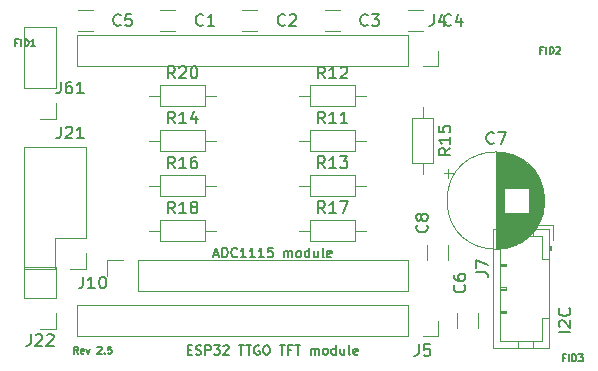
<source format=gto>
G04 #@! TF.GenerationSoftware,KiCad,Pcbnew,(5.1.10)-1*
G04 #@! TF.CreationDate,2021-08-27T08:53:15+02:00*
G04 #@! TF.ProjectId,JuntekOnSteroidsTTGO,4a756e74-656b-44f6-9e53-7465726f6964,2.5*
G04 #@! TF.SameCoordinates,PX5b716c8PY5b716c8*
G04 #@! TF.FileFunction,Legend,Top*
G04 #@! TF.FilePolarity,Positive*
%FSLAX46Y46*%
G04 Gerber Fmt 4.6, Leading zero omitted, Abs format (unit mm)*
G04 Created by KiCad (PCBNEW (5.1.10)-1) date 2021-08-27 08:53:15*
%MOMM*%
%LPD*%
G01*
G04 APERTURE LIST*
%ADD10C,0.150000*%
%ADD11C,0.120000*%
G04 APERTURE END LIST*
D10*
X55697380Y8548810D02*
X54697380Y8548810D01*
X54792619Y8977381D02*
X54745000Y9025000D01*
X54697380Y9120239D01*
X54697380Y9358334D01*
X54745000Y9453572D01*
X54792619Y9501191D01*
X54887857Y9548810D01*
X54983095Y9548810D01*
X55125952Y9501191D01*
X55697380Y8929762D01*
X55697380Y9548810D01*
X55602142Y10548810D02*
X55649761Y10501191D01*
X55697380Y10358334D01*
X55697380Y10263096D01*
X55649761Y10120239D01*
X55554523Y10025000D01*
X55459285Y9977381D01*
X55268809Y9929762D01*
X55125952Y9929762D01*
X54935476Y9977381D01*
X54840238Y10025000D01*
X54745000Y10120239D01*
X54697380Y10263096D01*
X54697380Y10358334D01*
X54745000Y10501191D01*
X54792619Y10548810D01*
X25489523Y15106667D02*
X25870476Y15106667D01*
X25413333Y14878096D02*
X25680000Y15678096D01*
X25946666Y14878096D01*
X26213333Y14878096D02*
X26213333Y15678096D01*
X26403809Y15678096D01*
X26518095Y15640000D01*
X26594285Y15563810D01*
X26632380Y15487620D01*
X26670476Y15335239D01*
X26670476Y15220953D01*
X26632380Y15068572D01*
X26594285Y14992381D01*
X26518095Y14916191D01*
X26403809Y14878096D01*
X26213333Y14878096D01*
X27470476Y14954286D02*
X27432380Y14916191D01*
X27318095Y14878096D01*
X27241904Y14878096D01*
X27127619Y14916191D01*
X27051428Y14992381D01*
X27013333Y15068572D01*
X26975238Y15220953D01*
X26975238Y15335239D01*
X27013333Y15487620D01*
X27051428Y15563810D01*
X27127619Y15640000D01*
X27241904Y15678096D01*
X27318095Y15678096D01*
X27432380Y15640000D01*
X27470476Y15601905D01*
X28232380Y14878096D02*
X27775238Y14878096D01*
X28003809Y14878096D02*
X28003809Y15678096D01*
X27927619Y15563810D01*
X27851428Y15487620D01*
X27775238Y15449524D01*
X28994285Y14878096D02*
X28537142Y14878096D01*
X28765714Y14878096D02*
X28765714Y15678096D01*
X28689523Y15563810D01*
X28613333Y15487620D01*
X28537142Y15449524D01*
X29756190Y14878096D02*
X29299047Y14878096D01*
X29527619Y14878096D02*
X29527619Y15678096D01*
X29451428Y15563810D01*
X29375238Y15487620D01*
X29299047Y15449524D01*
X30480000Y15678096D02*
X30099047Y15678096D01*
X30060952Y15297143D01*
X30099047Y15335239D01*
X30175238Y15373334D01*
X30365714Y15373334D01*
X30441904Y15335239D01*
X30480000Y15297143D01*
X30518095Y15220953D01*
X30518095Y15030477D01*
X30480000Y14954286D01*
X30441904Y14916191D01*
X30365714Y14878096D01*
X30175238Y14878096D01*
X30099047Y14916191D01*
X30060952Y14954286D01*
X31470476Y14878096D02*
X31470476Y15411429D01*
X31470476Y15335239D02*
X31508571Y15373334D01*
X31584761Y15411429D01*
X31699047Y15411429D01*
X31775238Y15373334D01*
X31813333Y15297143D01*
X31813333Y14878096D01*
X31813333Y15297143D02*
X31851428Y15373334D01*
X31927619Y15411429D01*
X32041904Y15411429D01*
X32118095Y15373334D01*
X32156190Y15297143D01*
X32156190Y14878096D01*
X32651428Y14878096D02*
X32575238Y14916191D01*
X32537142Y14954286D01*
X32499047Y15030477D01*
X32499047Y15259048D01*
X32537142Y15335239D01*
X32575238Y15373334D01*
X32651428Y15411429D01*
X32765714Y15411429D01*
X32841904Y15373334D01*
X32880000Y15335239D01*
X32918095Y15259048D01*
X32918095Y15030477D01*
X32880000Y14954286D01*
X32841904Y14916191D01*
X32765714Y14878096D01*
X32651428Y14878096D01*
X33603809Y14878096D02*
X33603809Y15678096D01*
X33603809Y14916191D02*
X33527619Y14878096D01*
X33375238Y14878096D01*
X33299047Y14916191D01*
X33260952Y14954286D01*
X33222857Y15030477D01*
X33222857Y15259048D01*
X33260952Y15335239D01*
X33299047Y15373334D01*
X33375238Y15411429D01*
X33527619Y15411429D01*
X33603809Y15373334D01*
X34327619Y15411429D02*
X34327619Y14878096D01*
X33984761Y15411429D02*
X33984761Y14992381D01*
X34022857Y14916191D01*
X34099047Y14878096D01*
X34213333Y14878096D01*
X34289523Y14916191D01*
X34327619Y14954286D01*
X34822857Y14878096D02*
X34746666Y14916191D01*
X34708571Y14992381D01*
X34708571Y15678096D01*
X35432380Y14916191D02*
X35356190Y14878096D01*
X35203809Y14878096D01*
X35127619Y14916191D01*
X35089523Y14992381D01*
X35089523Y15297143D01*
X35127619Y15373334D01*
X35203809Y15411429D01*
X35356190Y15411429D01*
X35432380Y15373334D01*
X35470476Y15297143D01*
X35470476Y15220953D01*
X35089523Y15144762D01*
X23299047Y7042143D02*
X23565714Y7042143D01*
X23680000Y6623096D02*
X23299047Y6623096D01*
X23299047Y7423096D01*
X23680000Y7423096D01*
X23984761Y6661191D02*
X24099047Y6623096D01*
X24289523Y6623096D01*
X24365714Y6661191D01*
X24403809Y6699286D01*
X24441904Y6775477D01*
X24441904Y6851667D01*
X24403809Y6927858D01*
X24365714Y6965953D01*
X24289523Y7004048D01*
X24137142Y7042143D01*
X24060952Y7080239D01*
X24022857Y7118334D01*
X23984761Y7194524D01*
X23984761Y7270715D01*
X24022857Y7346905D01*
X24060952Y7385000D01*
X24137142Y7423096D01*
X24327619Y7423096D01*
X24441904Y7385000D01*
X24784761Y6623096D02*
X24784761Y7423096D01*
X25089523Y7423096D01*
X25165714Y7385000D01*
X25203809Y7346905D01*
X25241904Y7270715D01*
X25241904Y7156429D01*
X25203809Y7080239D01*
X25165714Y7042143D01*
X25089523Y7004048D01*
X24784761Y7004048D01*
X25508571Y7423096D02*
X26003809Y7423096D01*
X25737142Y7118334D01*
X25851428Y7118334D01*
X25927619Y7080239D01*
X25965714Y7042143D01*
X26003809Y6965953D01*
X26003809Y6775477D01*
X25965714Y6699286D01*
X25927619Y6661191D01*
X25851428Y6623096D01*
X25622857Y6623096D01*
X25546666Y6661191D01*
X25508571Y6699286D01*
X26308571Y7346905D02*
X26346666Y7385000D01*
X26422857Y7423096D01*
X26613333Y7423096D01*
X26689523Y7385000D01*
X26727619Y7346905D01*
X26765714Y7270715D01*
X26765714Y7194524D01*
X26727619Y7080239D01*
X26270476Y6623096D01*
X26765714Y6623096D01*
X27603809Y7423096D02*
X28060952Y7423096D01*
X27832380Y6623096D02*
X27832380Y7423096D01*
X28213333Y7423096D02*
X28670476Y7423096D01*
X28441904Y6623096D02*
X28441904Y7423096D01*
X29356190Y7385000D02*
X29280000Y7423096D01*
X29165714Y7423096D01*
X29051428Y7385000D01*
X28975238Y7308810D01*
X28937142Y7232620D01*
X28899047Y7080239D01*
X28899047Y6965953D01*
X28937142Y6813572D01*
X28975238Y6737381D01*
X29051428Y6661191D01*
X29165714Y6623096D01*
X29241904Y6623096D01*
X29356190Y6661191D01*
X29394285Y6699286D01*
X29394285Y6965953D01*
X29241904Y6965953D01*
X29889523Y7423096D02*
X30041904Y7423096D01*
X30118095Y7385000D01*
X30194285Y7308810D01*
X30232380Y7156429D01*
X30232380Y6889762D01*
X30194285Y6737381D01*
X30118095Y6661191D01*
X30041904Y6623096D01*
X29889523Y6623096D01*
X29813333Y6661191D01*
X29737142Y6737381D01*
X29699047Y6889762D01*
X29699047Y7156429D01*
X29737142Y7308810D01*
X29813333Y7385000D01*
X29889523Y7423096D01*
X31070476Y7423096D02*
X31527619Y7423096D01*
X31299047Y6623096D02*
X31299047Y7423096D01*
X32060952Y7042143D02*
X31794285Y7042143D01*
X31794285Y6623096D02*
X31794285Y7423096D01*
X32175238Y7423096D01*
X32365714Y7423096D02*
X32822857Y7423096D01*
X32594285Y6623096D02*
X32594285Y7423096D01*
X33699047Y6623096D02*
X33699047Y7156429D01*
X33699047Y7080239D02*
X33737142Y7118334D01*
X33813333Y7156429D01*
X33927619Y7156429D01*
X34003809Y7118334D01*
X34041904Y7042143D01*
X34041904Y6623096D01*
X34041904Y7042143D02*
X34080000Y7118334D01*
X34156190Y7156429D01*
X34270476Y7156429D01*
X34346666Y7118334D01*
X34384761Y7042143D01*
X34384761Y6623096D01*
X34880000Y6623096D02*
X34803809Y6661191D01*
X34765714Y6699286D01*
X34727619Y6775477D01*
X34727619Y7004048D01*
X34765714Y7080239D01*
X34803809Y7118334D01*
X34880000Y7156429D01*
X34994285Y7156429D01*
X35070476Y7118334D01*
X35108571Y7080239D01*
X35146666Y7004048D01*
X35146666Y6775477D01*
X35108571Y6699286D01*
X35070476Y6661191D01*
X34994285Y6623096D01*
X34880000Y6623096D01*
X35832380Y6623096D02*
X35832380Y7423096D01*
X35832380Y6661191D02*
X35756190Y6623096D01*
X35603809Y6623096D01*
X35527619Y6661191D01*
X35489523Y6699286D01*
X35451428Y6775477D01*
X35451428Y7004048D01*
X35489523Y7080239D01*
X35527619Y7118334D01*
X35603809Y7156429D01*
X35756190Y7156429D01*
X35832380Y7118334D01*
X36556190Y7156429D02*
X36556190Y6623096D01*
X36213333Y7156429D02*
X36213333Y6737381D01*
X36251428Y6661191D01*
X36327619Y6623096D01*
X36441904Y6623096D01*
X36518095Y6661191D01*
X36556190Y6699286D01*
X37051428Y6623096D02*
X36975238Y6661191D01*
X36937142Y6737381D01*
X36937142Y7423096D01*
X37660952Y6661191D02*
X37584761Y6623096D01*
X37432380Y6623096D01*
X37356190Y6661191D01*
X37318095Y6737381D01*
X37318095Y7042143D01*
X37356190Y7118334D01*
X37432380Y7156429D01*
X37584761Y7156429D01*
X37660952Y7118334D01*
X37699047Y7042143D01*
X37699047Y6965953D01*
X37318095Y6889762D01*
X13997142Y6713572D02*
X13797142Y6999286D01*
X13654285Y6713572D02*
X13654285Y7313572D01*
X13882857Y7313572D01*
X13940000Y7285000D01*
X13968571Y7256429D01*
X13997142Y7199286D01*
X13997142Y7113572D01*
X13968571Y7056429D01*
X13940000Y7027858D01*
X13882857Y6999286D01*
X13654285Y6999286D01*
X14482857Y6742143D02*
X14425714Y6713572D01*
X14311428Y6713572D01*
X14254285Y6742143D01*
X14225714Y6799286D01*
X14225714Y7027858D01*
X14254285Y7085000D01*
X14311428Y7113572D01*
X14425714Y7113572D01*
X14482857Y7085000D01*
X14511428Y7027858D01*
X14511428Y6970715D01*
X14225714Y6913572D01*
X14711428Y7113572D02*
X14854285Y6713572D01*
X14997142Y7113572D01*
X15654285Y7256429D02*
X15682857Y7285000D01*
X15740000Y7313572D01*
X15882857Y7313572D01*
X15940000Y7285000D01*
X15968571Y7256429D01*
X15997142Y7199286D01*
X15997142Y7142143D01*
X15968571Y7056429D01*
X15625714Y6713572D01*
X15997142Y6713572D01*
X16254285Y6770715D02*
X16282857Y6742143D01*
X16254285Y6713572D01*
X16225714Y6742143D01*
X16254285Y6770715D01*
X16254285Y6713572D01*
X16825714Y7313572D02*
X16540000Y7313572D01*
X16511428Y7027858D01*
X16540000Y7056429D01*
X16597142Y7085000D01*
X16740000Y7085000D01*
X16797142Y7056429D01*
X16825714Y7027858D01*
X16854285Y6970715D01*
X16854285Y6827858D01*
X16825714Y6770715D01*
X16797142Y6742143D01*
X16740000Y6713572D01*
X16597142Y6713572D01*
X16540000Y6742143D01*
X16511428Y6770715D01*
D11*
G04 #@! TO.C,J61*
X12125000Y34350000D02*
X9465000Y34350000D01*
X12125000Y29210000D02*
X12125000Y34350000D01*
X9465000Y29210000D02*
X9465000Y34350000D01*
X12125000Y29210000D02*
X9465000Y29210000D01*
X12125000Y27940000D02*
X12125000Y26610000D01*
X12125000Y26610000D02*
X10795000Y26610000D01*
G04 #@! TO.C,J22*
X12125000Y14030000D02*
X9465000Y14030000D01*
X12125000Y11430000D02*
X12125000Y14030000D01*
X9465000Y11430000D02*
X9465000Y14030000D01*
X12125000Y11430000D02*
X9465000Y11430000D01*
X12125000Y10160000D02*
X12125000Y8830000D01*
X12125000Y8830000D02*
X10795000Y8830000D01*
G04 #@! TO.C,J21*
X14665000Y24190000D02*
X9465000Y24190000D01*
X14665000Y16510000D02*
X14665000Y24190000D01*
X9465000Y13910000D02*
X9465000Y24190000D01*
X14665000Y16510000D02*
X12065000Y16510000D01*
X12065000Y16510000D02*
X12065000Y13910000D01*
X12065000Y13910000D02*
X9465000Y13910000D01*
X14665000Y15240000D02*
X14665000Y13910000D01*
X14665000Y13910000D02*
X13335000Y13910000D01*
G04 #@! TO.C,J7*
X53880000Y17300000D02*
X49160000Y17300000D01*
X49160000Y17300000D02*
X49160000Y7180000D01*
X49160000Y7180000D02*
X53880000Y7180000D01*
X53880000Y7180000D02*
X53880000Y17300000D01*
X53880000Y15540000D02*
X54080000Y15540000D01*
X54080000Y15540000D02*
X54080000Y15840000D01*
X54080000Y15840000D02*
X53880000Y15840000D01*
X53980000Y15540000D02*
X53980000Y15840000D01*
X53880000Y14740000D02*
X53270000Y14740000D01*
X53270000Y14740000D02*
X53270000Y16690000D01*
X53270000Y16690000D02*
X49770000Y16690000D01*
X49770000Y16690000D02*
X49770000Y7790000D01*
X49770000Y7790000D02*
X53270000Y7790000D01*
X53270000Y7790000D02*
X53270000Y9740000D01*
X53270000Y9740000D02*
X53880000Y9740000D01*
X52570000Y17300000D02*
X52570000Y16690000D01*
X51270000Y17300000D02*
X51270000Y16690000D01*
X52570000Y7180000D02*
X52570000Y7790000D01*
X51270000Y7180000D02*
X51270000Y7790000D01*
X49770000Y14340000D02*
X50270000Y14340000D01*
X50270000Y14340000D02*
X50270000Y14140000D01*
X50270000Y14140000D02*
X49770000Y14140000D01*
X49770000Y14240000D02*
X50270000Y14240000D01*
X49770000Y12340000D02*
X50270000Y12340000D01*
X50270000Y12340000D02*
X50270000Y12140000D01*
X50270000Y12140000D02*
X49770000Y12140000D01*
X49770000Y12240000D02*
X50270000Y12240000D01*
X49770000Y10340000D02*
X50270000Y10340000D01*
X50270000Y10340000D02*
X50270000Y10140000D01*
X50270000Y10140000D02*
X49770000Y10140000D01*
X49770000Y10240000D02*
X50270000Y10240000D01*
X54180000Y16350000D02*
X54180000Y17600000D01*
X54180000Y17600000D02*
X52930000Y17600000D01*
G04 #@! TO.C,J10*
X19050000Y12005000D02*
X19050000Y14665000D01*
X19050000Y12005000D02*
X41970000Y12005000D01*
X41970000Y12005000D02*
X41970000Y14665000D01*
X19050000Y14665000D02*
X41970000Y14665000D01*
X16450000Y14665000D02*
X17780000Y14665000D01*
X16450000Y13335000D02*
X16450000Y14665000D01*
G04 #@! TO.C,R13*
X33640000Y21875000D02*
X33640000Y20035000D01*
X33640000Y20035000D02*
X37480000Y20035000D01*
X37480000Y20035000D02*
X37480000Y21875000D01*
X37480000Y21875000D02*
X33640000Y21875000D01*
X32690000Y20955000D02*
X33640000Y20955000D01*
X38430000Y20955000D02*
X37480000Y20955000D01*
G04 #@! TO.C,C6*
X47910000Y8876000D02*
X47910000Y10134000D01*
X46070000Y8876000D02*
X46070000Y10134000D01*
G04 #@! TO.C,C5*
X15254000Y35845000D02*
X13996000Y35845000D01*
X15254000Y34005000D02*
X13996000Y34005000D01*
G04 #@! TO.C,R20*
X25730000Y28575000D02*
X24780000Y28575000D01*
X19990000Y28575000D02*
X20940000Y28575000D01*
X24780000Y29495000D02*
X20940000Y29495000D01*
X24780000Y27655000D02*
X24780000Y29495000D01*
X20940000Y27655000D02*
X24780000Y27655000D01*
X20940000Y29495000D02*
X20940000Y27655000D01*
G04 #@! TO.C,R18*
X25730000Y17145000D02*
X24780000Y17145000D01*
X19990000Y17145000D02*
X20940000Y17145000D01*
X24780000Y18065000D02*
X20940000Y18065000D01*
X24780000Y16225000D02*
X24780000Y18065000D01*
X20940000Y16225000D02*
X24780000Y16225000D01*
X20940000Y18065000D02*
X20940000Y16225000D01*
G04 #@! TO.C,R17*
X38430000Y17145000D02*
X37480000Y17145000D01*
X32690000Y17145000D02*
X33640000Y17145000D01*
X37480000Y18065000D02*
X33640000Y18065000D01*
X37480000Y16225000D02*
X37480000Y18065000D01*
X33640000Y16225000D02*
X37480000Y16225000D01*
X33640000Y18065000D02*
X33640000Y16225000D01*
G04 #@! TO.C,R16*
X19990000Y20955000D02*
X20940000Y20955000D01*
X25730000Y20955000D02*
X24780000Y20955000D01*
X20940000Y20035000D02*
X24780000Y20035000D01*
X20940000Y21875000D02*
X20940000Y20035000D01*
X24780000Y21875000D02*
X20940000Y21875000D01*
X24780000Y20035000D02*
X24780000Y21875000D01*
G04 #@! TO.C,R15*
X43180000Y27635000D02*
X43180000Y26685000D01*
X43180000Y21895000D02*
X43180000Y22845000D01*
X42260000Y26685000D02*
X42260000Y22845000D01*
X44100000Y26685000D02*
X42260000Y26685000D01*
X44100000Y22845000D02*
X44100000Y26685000D01*
X42260000Y22845000D02*
X44100000Y22845000D01*
G04 #@! TO.C,R12*
X32690000Y28575000D02*
X33640000Y28575000D01*
X38430000Y28575000D02*
X37480000Y28575000D01*
X33640000Y27655000D02*
X37480000Y27655000D01*
X33640000Y29495000D02*
X33640000Y27655000D01*
X37480000Y29495000D02*
X33640000Y29495000D01*
X37480000Y27655000D02*
X37480000Y29495000D01*
G04 #@! TO.C,R11*
X32690000Y24765000D02*
X33640000Y24765000D01*
X38430000Y24765000D02*
X37480000Y24765000D01*
X33640000Y23845000D02*
X37480000Y23845000D01*
X33640000Y25685000D02*
X33640000Y23845000D01*
X37480000Y25685000D02*
X33640000Y25685000D01*
X37480000Y23845000D02*
X37480000Y25685000D01*
G04 #@! TO.C,C3*
X34911000Y34005000D02*
X36169000Y34005000D01*
X34911000Y35845000D02*
X36169000Y35845000D01*
G04 #@! TO.C,C2*
X29184000Y35845000D02*
X27926000Y35845000D01*
X29184000Y34005000D02*
X27926000Y34005000D01*
G04 #@! TO.C,C1*
X20941000Y34005000D02*
X22199000Y34005000D01*
X20941000Y35845000D02*
X22199000Y35845000D01*
G04 #@! TO.C,R14*
X19990000Y24765000D02*
X20940000Y24765000D01*
X25730000Y24765000D02*
X24780000Y24765000D01*
X20940000Y23845000D02*
X24780000Y23845000D01*
X20940000Y25685000D02*
X20940000Y23845000D01*
X24780000Y25685000D02*
X20940000Y25685000D01*
X24780000Y23845000D02*
X24780000Y25685000D01*
G04 #@! TO.C,C8*
X43530000Y15889000D02*
X43530000Y14631000D01*
X45370000Y15889000D02*
X45370000Y14631000D01*
G04 #@! TO.C,C4*
X43194000Y35845000D02*
X41936000Y35845000D01*
X43194000Y34005000D02*
X41936000Y34005000D01*
G04 #@! TO.C,C7*
X45365302Y22400000D02*
X45365302Y21600000D01*
X44965302Y22000000D02*
X45765302Y22000000D01*
X53456000Y20218000D02*
X53456000Y19152000D01*
X53416000Y20453000D02*
X53416000Y18917000D01*
X53376000Y20633000D02*
X53376000Y18737000D01*
X53336000Y20783000D02*
X53336000Y18587000D01*
X53296000Y20914000D02*
X53296000Y18456000D01*
X53256000Y21031000D02*
X53256000Y18339000D01*
X53216000Y21138000D02*
X53216000Y18232000D01*
X53176000Y21237000D02*
X53176000Y18133000D01*
X53136000Y21330000D02*
X53136000Y18040000D01*
X53096000Y21416000D02*
X53096000Y17954000D01*
X53056000Y21498000D02*
X53056000Y17872000D01*
X53016000Y21575000D02*
X53016000Y17795000D01*
X52976000Y21649000D02*
X52976000Y17721000D01*
X52936000Y21719000D02*
X52936000Y17651000D01*
X52896000Y21787000D02*
X52896000Y17583000D01*
X52856000Y21851000D02*
X52856000Y17519000D01*
X52816000Y21913000D02*
X52816000Y17457000D01*
X52776000Y21972000D02*
X52776000Y17398000D01*
X52736000Y22030000D02*
X52736000Y17340000D01*
X52696000Y22085000D02*
X52696000Y17285000D01*
X52656000Y22139000D02*
X52656000Y17231000D01*
X52616000Y22190000D02*
X52616000Y17180000D01*
X52576000Y22241000D02*
X52576000Y17129000D01*
X52536000Y22289000D02*
X52536000Y17081000D01*
X52496000Y22336000D02*
X52496000Y17034000D01*
X52456000Y22382000D02*
X52456000Y16988000D01*
X52416000Y22426000D02*
X52416000Y16944000D01*
X52376000Y22469000D02*
X52376000Y16901000D01*
X52336000Y22511000D02*
X52336000Y16859000D01*
X52296000Y22552000D02*
X52296000Y16818000D01*
X52256000Y22592000D02*
X52256000Y16778000D01*
X52216000Y22630000D02*
X52216000Y16740000D01*
X52176000Y22668000D02*
X52176000Y16702000D01*
X52136000Y18645000D02*
X52136000Y16666000D01*
X52136000Y22704000D02*
X52136000Y20725000D01*
X52096000Y18645000D02*
X52096000Y16630000D01*
X52096000Y22740000D02*
X52096000Y20725000D01*
X52056000Y18645000D02*
X52056000Y16595000D01*
X52056000Y22775000D02*
X52056000Y20725000D01*
X52016000Y18645000D02*
X52016000Y16561000D01*
X52016000Y22809000D02*
X52016000Y20725000D01*
X51976000Y18645000D02*
X51976000Y16529000D01*
X51976000Y22841000D02*
X51976000Y20725000D01*
X51936000Y18645000D02*
X51936000Y16496000D01*
X51936000Y22874000D02*
X51936000Y20725000D01*
X51896000Y18645000D02*
X51896000Y16465000D01*
X51896000Y22905000D02*
X51896000Y20725000D01*
X51856000Y18645000D02*
X51856000Y16435000D01*
X51856000Y22935000D02*
X51856000Y20725000D01*
X51816000Y18645000D02*
X51816000Y16405000D01*
X51816000Y22965000D02*
X51816000Y20725000D01*
X51776000Y18645000D02*
X51776000Y16376000D01*
X51776000Y22994000D02*
X51776000Y20725000D01*
X51736000Y18645000D02*
X51736000Y16347000D01*
X51736000Y23023000D02*
X51736000Y20725000D01*
X51696000Y18645000D02*
X51696000Y16320000D01*
X51696000Y23050000D02*
X51696000Y20725000D01*
X51656000Y18645000D02*
X51656000Y16293000D01*
X51656000Y23077000D02*
X51656000Y20725000D01*
X51616000Y18645000D02*
X51616000Y16267000D01*
X51616000Y23103000D02*
X51616000Y20725000D01*
X51576000Y18645000D02*
X51576000Y16241000D01*
X51576000Y23129000D02*
X51576000Y20725000D01*
X51536000Y18645000D02*
X51536000Y16216000D01*
X51536000Y23154000D02*
X51536000Y20725000D01*
X51496000Y18645000D02*
X51496000Y16192000D01*
X51496000Y23178000D02*
X51496000Y20725000D01*
X51456000Y18645000D02*
X51456000Y16168000D01*
X51456000Y23202000D02*
X51456000Y20725000D01*
X51416000Y18645000D02*
X51416000Y16145000D01*
X51416000Y23225000D02*
X51416000Y20725000D01*
X51376000Y18645000D02*
X51376000Y16123000D01*
X51376000Y23247000D02*
X51376000Y20725000D01*
X51336000Y18645000D02*
X51336000Y16101000D01*
X51336000Y23269000D02*
X51336000Y20725000D01*
X51296000Y18645000D02*
X51296000Y16079000D01*
X51296000Y23291000D02*
X51296000Y20725000D01*
X51256000Y18645000D02*
X51256000Y16058000D01*
X51256000Y23312000D02*
X51256000Y20725000D01*
X51216000Y18645000D02*
X51216000Y16038000D01*
X51216000Y23332000D02*
X51216000Y20725000D01*
X51176000Y18645000D02*
X51176000Y16019000D01*
X51176000Y23351000D02*
X51176000Y20725000D01*
X51136000Y18645000D02*
X51136000Y15999000D01*
X51136000Y23371000D02*
X51136000Y20725000D01*
X51096000Y18645000D02*
X51096000Y15981000D01*
X51096000Y23389000D02*
X51096000Y20725000D01*
X51056000Y18645000D02*
X51056000Y15963000D01*
X51056000Y23407000D02*
X51056000Y20725000D01*
X51016000Y18645000D02*
X51016000Y15945000D01*
X51016000Y23425000D02*
X51016000Y20725000D01*
X50976000Y18645000D02*
X50976000Y15928000D01*
X50976000Y23442000D02*
X50976000Y20725000D01*
X50936000Y18645000D02*
X50936000Y15911000D01*
X50936000Y23459000D02*
X50936000Y20725000D01*
X50896000Y18645000D02*
X50896000Y15895000D01*
X50896000Y23475000D02*
X50896000Y20725000D01*
X50856000Y18645000D02*
X50856000Y15880000D01*
X50856000Y23490000D02*
X50856000Y20725000D01*
X50816000Y18645000D02*
X50816000Y15864000D01*
X50816000Y23506000D02*
X50816000Y20725000D01*
X50776000Y18645000D02*
X50776000Y15850000D01*
X50776000Y23520000D02*
X50776000Y20725000D01*
X50736000Y18645000D02*
X50736000Y15835000D01*
X50736000Y23535000D02*
X50736000Y20725000D01*
X50696000Y18645000D02*
X50696000Y15822000D01*
X50696000Y23548000D02*
X50696000Y20725000D01*
X50656000Y18645000D02*
X50656000Y15808000D01*
X50656000Y23562000D02*
X50656000Y20725000D01*
X50616000Y18645000D02*
X50616000Y15796000D01*
X50616000Y23574000D02*
X50616000Y20725000D01*
X50576000Y18645000D02*
X50576000Y15783000D01*
X50576000Y23587000D02*
X50576000Y20725000D01*
X50536000Y18645000D02*
X50536000Y15771000D01*
X50536000Y23599000D02*
X50536000Y20725000D01*
X50496000Y18645000D02*
X50496000Y15760000D01*
X50496000Y23610000D02*
X50496000Y20725000D01*
X50456000Y18645000D02*
X50456000Y15749000D01*
X50456000Y23621000D02*
X50456000Y20725000D01*
X50416000Y18645000D02*
X50416000Y15738000D01*
X50416000Y23632000D02*
X50416000Y20725000D01*
X50376000Y18645000D02*
X50376000Y15728000D01*
X50376000Y23642000D02*
X50376000Y20725000D01*
X50336000Y18645000D02*
X50336000Y15718000D01*
X50336000Y23652000D02*
X50336000Y20725000D01*
X50296000Y18645000D02*
X50296000Y15709000D01*
X50296000Y23661000D02*
X50296000Y20725000D01*
X50256000Y18645000D02*
X50256000Y15700000D01*
X50256000Y23670000D02*
X50256000Y20725000D01*
X50216000Y18645000D02*
X50216000Y15691000D01*
X50216000Y23679000D02*
X50216000Y20725000D01*
X50176000Y18645000D02*
X50176000Y15683000D01*
X50176000Y23687000D02*
X50176000Y20725000D01*
X50136000Y18645000D02*
X50136000Y15675000D01*
X50136000Y23695000D02*
X50136000Y20725000D01*
X50096000Y18645000D02*
X50096000Y15668000D01*
X50096000Y23702000D02*
X50096000Y20725000D01*
X50055000Y23709000D02*
X50055000Y15661000D01*
X50015000Y23715000D02*
X50015000Y15655000D01*
X49975000Y23722000D02*
X49975000Y15648000D01*
X49935000Y23727000D02*
X49935000Y15643000D01*
X49895000Y23733000D02*
X49895000Y15637000D01*
X49855000Y23737000D02*
X49855000Y15633000D01*
X49815000Y23742000D02*
X49815000Y15628000D01*
X49775000Y23746000D02*
X49775000Y15624000D01*
X49735000Y23750000D02*
X49735000Y15620000D01*
X49695000Y23753000D02*
X49695000Y15617000D01*
X49655000Y23756000D02*
X49655000Y15614000D01*
X49615000Y23759000D02*
X49615000Y15611000D01*
X49575000Y23761000D02*
X49575000Y15609000D01*
X49535000Y23762000D02*
X49535000Y15608000D01*
X49495000Y23764000D02*
X49495000Y15606000D01*
X49455000Y23765000D02*
X49455000Y15605000D01*
X49415000Y23765000D02*
X49415000Y15605000D01*
X49375000Y23765000D02*
X49375000Y15605000D01*
X53495000Y19685000D02*
G75*
G03*
X53495000Y19685000I-4120000J0D01*
G01*
G04 #@! TO.C,J5*
X41910000Y10855000D02*
X41910000Y8195000D01*
X41910000Y10855000D02*
X13910000Y10855000D01*
X13910000Y10855000D02*
X13910000Y8195000D01*
X41910000Y8195000D02*
X13910000Y8195000D01*
X44510000Y8195000D02*
X43180000Y8195000D01*
X44510000Y9525000D02*
X44510000Y8195000D01*
G04 #@! TO.C,J4*
X41910000Y33715000D02*
X41910000Y31055000D01*
X41910000Y33715000D02*
X13910000Y33715000D01*
X13910000Y33715000D02*
X13910000Y31055000D01*
X41910000Y31055000D02*
X13910000Y31055000D01*
X44510000Y31055000D02*
X43180000Y31055000D01*
X44510000Y32385000D02*
X44510000Y31055000D01*
G04 #@! TO.C,FID2*
D10*
X53332142Y32427858D02*
X53132142Y32427858D01*
X53132142Y32113572D02*
X53132142Y32713572D01*
X53417857Y32713572D01*
X53646428Y32113572D02*
X53646428Y32713572D01*
X53932142Y32113572D02*
X53932142Y32713572D01*
X54075000Y32713572D01*
X54160714Y32685000D01*
X54217857Y32627858D01*
X54246428Y32570715D01*
X54275000Y32456429D01*
X54275000Y32370715D01*
X54246428Y32256429D01*
X54217857Y32199286D01*
X54160714Y32142143D01*
X54075000Y32113572D01*
X53932142Y32113572D01*
X54503571Y32656429D02*
X54532142Y32685000D01*
X54589285Y32713572D01*
X54732142Y32713572D01*
X54789285Y32685000D01*
X54817857Y32656429D01*
X54846428Y32599286D01*
X54846428Y32542143D01*
X54817857Y32456429D01*
X54475000Y32113572D01*
X54846428Y32113572D01*
G04 #@! TO.C,J61*
X12525476Y29757620D02*
X12525476Y29043334D01*
X12477857Y28900477D01*
X12382619Y28805239D01*
X12239761Y28757620D01*
X12144523Y28757620D01*
X13430238Y29757620D02*
X13239761Y29757620D01*
X13144523Y29710000D01*
X13096904Y29662381D01*
X13001666Y29519524D01*
X12954047Y29329048D01*
X12954047Y28948096D01*
X13001666Y28852858D01*
X13049285Y28805239D01*
X13144523Y28757620D01*
X13335000Y28757620D01*
X13430238Y28805239D01*
X13477857Y28852858D01*
X13525476Y28948096D01*
X13525476Y29186191D01*
X13477857Y29281429D01*
X13430238Y29329048D01*
X13335000Y29376667D01*
X13144523Y29376667D01*
X13049285Y29329048D01*
X13001666Y29281429D01*
X12954047Y29186191D01*
X14477857Y28757620D02*
X13906428Y28757620D01*
X14192142Y28757620D02*
X14192142Y29757620D01*
X14096904Y29614762D01*
X14001666Y29519524D01*
X13906428Y29471905D01*
G04 #@! TO.C,J22*
X9985476Y8377620D02*
X9985476Y7663334D01*
X9937857Y7520477D01*
X9842619Y7425239D01*
X9699761Y7377620D01*
X9604523Y7377620D01*
X10414047Y8282381D02*
X10461666Y8330000D01*
X10556904Y8377620D01*
X10795000Y8377620D01*
X10890238Y8330000D01*
X10937857Y8282381D01*
X10985476Y8187143D01*
X10985476Y8091905D01*
X10937857Y7949048D01*
X10366428Y7377620D01*
X10985476Y7377620D01*
X11366428Y8282381D02*
X11414047Y8330000D01*
X11509285Y8377620D01*
X11747380Y8377620D01*
X11842619Y8330000D01*
X11890238Y8282381D01*
X11937857Y8187143D01*
X11937857Y8091905D01*
X11890238Y7949048D01*
X11318809Y7377620D01*
X11937857Y7377620D01*
G04 #@! TO.C,J21*
X12525476Y25947620D02*
X12525476Y25233334D01*
X12477857Y25090477D01*
X12382619Y24995239D01*
X12239761Y24947620D01*
X12144523Y24947620D01*
X12954047Y25852381D02*
X13001666Y25900000D01*
X13096904Y25947620D01*
X13335000Y25947620D01*
X13430238Y25900000D01*
X13477857Y25852381D01*
X13525476Y25757143D01*
X13525476Y25661905D01*
X13477857Y25519048D01*
X12906428Y24947620D01*
X13525476Y24947620D01*
X14477857Y24947620D02*
X13906428Y24947620D01*
X14192142Y24947620D02*
X14192142Y25947620D01*
X14096904Y25804762D01*
X14001666Y25709524D01*
X13906428Y25661905D01*
G04 #@! TO.C,J7*
X47712380Y13636667D02*
X48426666Y13636667D01*
X48569523Y13589048D01*
X48664761Y13493810D01*
X48712380Y13350953D01*
X48712380Y13255715D01*
X47712380Y14017620D02*
X47712380Y14684286D01*
X48712380Y14255715D01*
G04 #@! TO.C,J10*
X14430476Y13247620D02*
X14430476Y12533334D01*
X14382857Y12390477D01*
X14287619Y12295239D01*
X14144761Y12247620D01*
X14049523Y12247620D01*
X15430476Y12247620D02*
X14859047Y12247620D01*
X15144761Y12247620D02*
X15144761Y13247620D01*
X15049523Y13104762D01*
X14954285Y13009524D01*
X14859047Y12961905D01*
X16049523Y13247620D02*
X16144761Y13247620D01*
X16240000Y13200000D01*
X16287619Y13152381D01*
X16335238Y13057143D01*
X16382857Y12866667D01*
X16382857Y12628572D01*
X16335238Y12438096D01*
X16287619Y12342858D01*
X16240000Y12295239D01*
X16144761Y12247620D01*
X16049523Y12247620D01*
X15954285Y12295239D01*
X15906666Y12342858D01*
X15859047Y12438096D01*
X15811428Y12628572D01*
X15811428Y12866667D01*
X15859047Y13057143D01*
X15906666Y13152381D01*
X15954285Y13200000D01*
X16049523Y13247620D01*
G04 #@! TO.C,R13*
X34917142Y22422620D02*
X34583809Y22898810D01*
X34345714Y22422620D02*
X34345714Y23422620D01*
X34726666Y23422620D01*
X34821904Y23375000D01*
X34869523Y23327381D01*
X34917142Y23232143D01*
X34917142Y23089286D01*
X34869523Y22994048D01*
X34821904Y22946429D01*
X34726666Y22898810D01*
X34345714Y22898810D01*
X35869523Y22422620D02*
X35298095Y22422620D01*
X35583809Y22422620D02*
X35583809Y23422620D01*
X35488571Y23279762D01*
X35393333Y23184524D01*
X35298095Y23136905D01*
X36202857Y23422620D02*
X36821904Y23422620D01*
X36488571Y23041667D01*
X36631428Y23041667D01*
X36726666Y22994048D01*
X36774285Y22946429D01*
X36821904Y22851191D01*
X36821904Y22613096D01*
X36774285Y22517858D01*
X36726666Y22470239D01*
X36631428Y22422620D01*
X36345714Y22422620D01*
X36250476Y22470239D01*
X36202857Y22517858D01*
G04 #@! TO.C,C6*
X46712142Y12533334D02*
X46759761Y12485715D01*
X46807380Y12342858D01*
X46807380Y12247620D01*
X46759761Y12104762D01*
X46664523Y12009524D01*
X46569285Y11961905D01*
X46378809Y11914286D01*
X46235952Y11914286D01*
X46045476Y11961905D01*
X45950238Y12009524D01*
X45855000Y12104762D01*
X45807380Y12247620D01*
X45807380Y12342858D01*
X45855000Y12485715D01*
X45902619Y12533334D01*
X45807380Y13390477D02*
X45807380Y13200000D01*
X45855000Y13104762D01*
X45902619Y13057143D01*
X46045476Y12961905D01*
X46235952Y12914286D01*
X46616904Y12914286D01*
X46712142Y12961905D01*
X46759761Y13009524D01*
X46807380Y13104762D01*
X46807380Y13295239D01*
X46759761Y13390477D01*
X46712142Y13438096D01*
X46616904Y13485715D01*
X46378809Y13485715D01*
X46283571Y13438096D01*
X46235952Y13390477D01*
X46188333Y13295239D01*
X46188333Y13104762D01*
X46235952Y13009524D01*
X46283571Y12961905D01*
X46378809Y12914286D01*
G04 #@! TO.C,C5*
X17613333Y34567858D02*
X17565714Y34520239D01*
X17422857Y34472620D01*
X17327619Y34472620D01*
X17184761Y34520239D01*
X17089523Y34615477D01*
X17041904Y34710715D01*
X16994285Y34901191D01*
X16994285Y35044048D01*
X17041904Y35234524D01*
X17089523Y35329762D01*
X17184761Y35425000D01*
X17327619Y35472620D01*
X17422857Y35472620D01*
X17565714Y35425000D01*
X17613333Y35377381D01*
X18518095Y35472620D02*
X18041904Y35472620D01*
X17994285Y34996429D01*
X18041904Y35044048D01*
X18137142Y35091667D01*
X18375238Y35091667D01*
X18470476Y35044048D01*
X18518095Y34996429D01*
X18565714Y34901191D01*
X18565714Y34663096D01*
X18518095Y34567858D01*
X18470476Y34520239D01*
X18375238Y34472620D01*
X18137142Y34472620D01*
X18041904Y34520239D01*
X17994285Y34567858D01*
G04 #@! TO.C,R20*
X22217142Y30042620D02*
X21883809Y30518810D01*
X21645714Y30042620D02*
X21645714Y31042620D01*
X22026666Y31042620D01*
X22121904Y30995000D01*
X22169523Y30947381D01*
X22217142Y30852143D01*
X22217142Y30709286D01*
X22169523Y30614048D01*
X22121904Y30566429D01*
X22026666Y30518810D01*
X21645714Y30518810D01*
X22598095Y30947381D02*
X22645714Y30995000D01*
X22740952Y31042620D01*
X22979047Y31042620D01*
X23074285Y30995000D01*
X23121904Y30947381D01*
X23169523Y30852143D01*
X23169523Y30756905D01*
X23121904Y30614048D01*
X22550476Y30042620D01*
X23169523Y30042620D01*
X23788571Y31042620D02*
X23883809Y31042620D01*
X23979047Y30995000D01*
X24026666Y30947381D01*
X24074285Y30852143D01*
X24121904Y30661667D01*
X24121904Y30423572D01*
X24074285Y30233096D01*
X24026666Y30137858D01*
X23979047Y30090239D01*
X23883809Y30042620D01*
X23788571Y30042620D01*
X23693333Y30090239D01*
X23645714Y30137858D01*
X23598095Y30233096D01*
X23550476Y30423572D01*
X23550476Y30661667D01*
X23598095Y30852143D01*
X23645714Y30947381D01*
X23693333Y30995000D01*
X23788571Y31042620D01*
G04 #@! TO.C,R18*
X22217142Y18597620D02*
X21883809Y19073810D01*
X21645714Y18597620D02*
X21645714Y19597620D01*
X22026666Y19597620D01*
X22121904Y19550000D01*
X22169523Y19502381D01*
X22217142Y19407143D01*
X22217142Y19264286D01*
X22169523Y19169048D01*
X22121904Y19121429D01*
X22026666Y19073810D01*
X21645714Y19073810D01*
X23169523Y18597620D02*
X22598095Y18597620D01*
X22883809Y18597620D02*
X22883809Y19597620D01*
X22788571Y19454762D01*
X22693333Y19359524D01*
X22598095Y19311905D01*
X23740952Y19169048D02*
X23645714Y19216667D01*
X23598095Y19264286D01*
X23550476Y19359524D01*
X23550476Y19407143D01*
X23598095Y19502381D01*
X23645714Y19550000D01*
X23740952Y19597620D01*
X23931428Y19597620D01*
X24026666Y19550000D01*
X24074285Y19502381D01*
X24121904Y19407143D01*
X24121904Y19359524D01*
X24074285Y19264286D01*
X24026666Y19216667D01*
X23931428Y19169048D01*
X23740952Y19169048D01*
X23645714Y19121429D01*
X23598095Y19073810D01*
X23550476Y18978572D01*
X23550476Y18788096D01*
X23598095Y18692858D01*
X23645714Y18645239D01*
X23740952Y18597620D01*
X23931428Y18597620D01*
X24026666Y18645239D01*
X24074285Y18692858D01*
X24121904Y18788096D01*
X24121904Y18978572D01*
X24074285Y19073810D01*
X24026666Y19121429D01*
X23931428Y19169048D01*
G04 #@! TO.C,R17*
X34917142Y18612620D02*
X34583809Y19088810D01*
X34345714Y18612620D02*
X34345714Y19612620D01*
X34726666Y19612620D01*
X34821904Y19565000D01*
X34869523Y19517381D01*
X34917142Y19422143D01*
X34917142Y19279286D01*
X34869523Y19184048D01*
X34821904Y19136429D01*
X34726666Y19088810D01*
X34345714Y19088810D01*
X35869523Y18612620D02*
X35298095Y18612620D01*
X35583809Y18612620D02*
X35583809Y19612620D01*
X35488571Y19469762D01*
X35393333Y19374524D01*
X35298095Y19326905D01*
X36202857Y19612620D02*
X36869523Y19612620D01*
X36440952Y18612620D01*
G04 #@! TO.C,R16*
X22217142Y22407620D02*
X21883809Y22883810D01*
X21645714Y22407620D02*
X21645714Y23407620D01*
X22026666Y23407620D01*
X22121904Y23360000D01*
X22169523Y23312381D01*
X22217142Y23217143D01*
X22217142Y23074286D01*
X22169523Y22979048D01*
X22121904Y22931429D01*
X22026666Y22883810D01*
X21645714Y22883810D01*
X23169523Y22407620D02*
X22598095Y22407620D01*
X22883809Y22407620D02*
X22883809Y23407620D01*
X22788571Y23264762D01*
X22693333Y23169524D01*
X22598095Y23121905D01*
X24026666Y23407620D02*
X23836190Y23407620D01*
X23740952Y23360000D01*
X23693333Y23312381D01*
X23598095Y23169524D01*
X23550476Y22979048D01*
X23550476Y22598096D01*
X23598095Y22502858D01*
X23645714Y22455239D01*
X23740952Y22407620D01*
X23931428Y22407620D01*
X24026666Y22455239D01*
X24074285Y22502858D01*
X24121904Y22598096D01*
X24121904Y22836191D01*
X24074285Y22931429D01*
X24026666Y22979048D01*
X23931428Y23026667D01*
X23740952Y23026667D01*
X23645714Y22979048D01*
X23598095Y22931429D01*
X23550476Y22836191D01*
G04 #@! TO.C,R15*
X45537380Y24122143D02*
X45061190Y23788810D01*
X45537380Y23550715D02*
X44537380Y23550715D01*
X44537380Y23931667D01*
X44585000Y24026905D01*
X44632619Y24074524D01*
X44727857Y24122143D01*
X44870714Y24122143D01*
X44965952Y24074524D01*
X45013571Y24026905D01*
X45061190Y23931667D01*
X45061190Y23550715D01*
X45537380Y25074524D02*
X45537380Y24503096D01*
X45537380Y24788810D02*
X44537380Y24788810D01*
X44680238Y24693572D01*
X44775476Y24598334D01*
X44823095Y24503096D01*
X44537380Y25979286D02*
X44537380Y25503096D01*
X45013571Y25455477D01*
X44965952Y25503096D01*
X44918333Y25598334D01*
X44918333Y25836429D01*
X44965952Y25931667D01*
X45013571Y25979286D01*
X45108809Y26026905D01*
X45346904Y26026905D01*
X45442142Y25979286D01*
X45489761Y25931667D01*
X45537380Y25836429D01*
X45537380Y25598334D01*
X45489761Y25503096D01*
X45442142Y25455477D01*
G04 #@! TO.C,R12*
X34917142Y30027620D02*
X34583809Y30503810D01*
X34345714Y30027620D02*
X34345714Y31027620D01*
X34726666Y31027620D01*
X34821904Y30980000D01*
X34869523Y30932381D01*
X34917142Y30837143D01*
X34917142Y30694286D01*
X34869523Y30599048D01*
X34821904Y30551429D01*
X34726666Y30503810D01*
X34345714Y30503810D01*
X35869523Y30027620D02*
X35298095Y30027620D01*
X35583809Y30027620D02*
X35583809Y31027620D01*
X35488571Y30884762D01*
X35393333Y30789524D01*
X35298095Y30741905D01*
X36250476Y30932381D02*
X36298095Y30980000D01*
X36393333Y31027620D01*
X36631428Y31027620D01*
X36726666Y30980000D01*
X36774285Y30932381D01*
X36821904Y30837143D01*
X36821904Y30741905D01*
X36774285Y30599048D01*
X36202857Y30027620D01*
X36821904Y30027620D01*
G04 #@! TO.C,R11*
X34917142Y26217620D02*
X34583809Y26693810D01*
X34345714Y26217620D02*
X34345714Y27217620D01*
X34726666Y27217620D01*
X34821904Y27170000D01*
X34869523Y27122381D01*
X34917142Y27027143D01*
X34917142Y26884286D01*
X34869523Y26789048D01*
X34821904Y26741429D01*
X34726666Y26693810D01*
X34345714Y26693810D01*
X35869523Y26217620D02*
X35298095Y26217620D01*
X35583809Y26217620D02*
X35583809Y27217620D01*
X35488571Y27074762D01*
X35393333Y26979524D01*
X35298095Y26931905D01*
X36821904Y26217620D02*
X36250476Y26217620D01*
X36536190Y26217620D02*
X36536190Y27217620D01*
X36440952Y27074762D01*
X36345714Y26979524D01*
X36250476Y26931905D01*
G04 #@! TO.C,C3*
X38528333Y34567858D02*
X38480714Y34520239D01*
X38337857Y34472620D01*
X38242619Y34472620D01*
X38099761Y34520239D01*
X38004523Y34615477D01*
X37956904Y34710715D01*
X37909285Y34901191D01*
X37909285Y35044048D01*
X37956904Y35234524D01*
X38004523Y35329762D01*
X38099761Y35425000D01*
X38242619Y35472620D01*
X38337857Y35472620D01*
X38480714Y35425000D01*
X38528333Y35377381D01*
X38861666Y35472620D02*
X39480714Y35472620D01*
X39147380Y35091667D01*
X39290238Y35091667D01*
X39385476Y35044048D01*
X39433095Y34996429D01*
X39480714Y34901191D01*
X39480714Y34663096D01*
X39433095Y34567858D01*
X39385476Y34520239D01*
X39290238Y34472620D01*
X39004523Y34472620D01*
X38909285Y34520239D01*
X38861666Y34567858D01*
G04 #@! TO.C,C2*
X31543333Y34567858D02*
X31495714Y34520239D01*
X31352857Y34472620D01*
X31257619Y34472620D01*
X31114761Y34520239D01*
X31019523Y34615477D01*
X30971904Y34710715D01*
X30924285Y34901191D01*
X30924285Y35044048D01*
X30971904Y35234524D01*
X31019523Y35329762D01*
X31114761Y35425000D01*
X31257619Y35472620D01*
X31352857Y35472620D01*
X31495714Y35425000D01*
X31543333Y35377381D01*
X31924285Y35377381D02*
X31971904Y35425000D01*
X32067142Y35472620D01*
X32305238Y35472620D01*
X32400476Y35425000D01*
X32448095Y35377381D01*
X32495714Y35282143D01*
X32495714Y35186905D01*
X32448095Y35044048D01*
X31876666Y34472620D01*
X32495714Y34472620D01*
G04 #@! TO.C,C1*
X24598333Y34567858D02*
X24550714Y34520239D01*
X24407857Y34472620D01*
X24312619Y34472620D01*
X24169761Y34520239D01*
X24074523Y34615477D01*
X24026904Y34710715D01*
X23979285Y34901191D01*
X23979285Y35044048D01*
X24026904Y35234524D01*
X24074523Y35329762D01*
X24169761Y35425000D01*
X24312619Y35472620D01*
X24407857Y35472620D01*
X24550714Y35425000D01*
X24598333Y35377381D01*
X25550714Y34472620D02*
X24979285Y34472620D01*
X25265000Y34472620D02*
X25265000Y35472620D01*
X25169761Y35329762D01*
X25074523Y35234524D01*
X24979285Y35186905D01*
G04 #@! TO.C,R14*
X22217142Y26217620D02*
X21883809Y26693810D01*
X21645714Y26217620D02*
X21645714Y27217620D01*
X22026666Y27217620D01*
X22121904Y27170000D01*
X22169523Y27122381D01*
X22217142Y27027143D01*
X22217142Y26884286D01*
X22169523Y26789048D01*
X22121904Y26741429D01*
X22026666Y26693810D01*
X21645714Y26693810D01*
X23169523Y26217620D02*
X22598095Y26217620D01*
X22883809Y26217620D02*
X22883809Y27217620D01*
X22788571Y27074762D01*
X22693333Y26979524D01*
X22598095Y26931905D01*
X24026666Y26884286D02*
X24026666Y26217620D01*
X23788571Y27265239D02*
X23550476Y26550953D01*
X24169523Y26550953D01*
G04 #@! TO.C,C8*
X43537142Y17613334D02*
X43584761Y17565715D01*
X43632380Y17422858D01*
X43632380Y17327620D01*
X43584761Y17184762D01*
X43489523Y17089524D01*
X43394285Y17041905D01*
X43203809Y16994286D01*
X43060952Y16994286D01*
X42870476Y17041905D01*
X42775238Y17089524D01*
X42680000Y17184762D01*
X42632380Y17327620D01*
X42632380Y17422858D01*
X42680000Y17565715D01*
X42727619Y17613334D01*
X43060952Y18184762D02*
X43013333Y18089524D01*
X42965714Y18041905D01*
X42870476Y17994286D01*
X42822857Y17994286D01*
X42727619Y18041905D01*
X42680000Y18089524D01*
X42632380Y18184762D01*
X42632380Y18375239D01*
X42680000Y18470477D01*
X42727619Y18518096D01*
X42822857Y18565715D01*
X42870476Y18565715D01*
X42965714Y18518096D01*
X43013333Y18470477D01*
X43060952Y18375239D01*
X43060952Y18184762D01*
X43108571Y18089524D01*
X43156190Y18041905D01*
X43251428Y17994286D01*
X43441904Y17994286D01*
X43537142Y18041905D01*
X43584761Y18089524D01*
X43632380Y18184762D01*
X43632380Y18375239D01*
X43584761Y18470477D01*
X43537142Y18518096D01*
X43441904Y18565715D01*
X43251428Y18565715D01*
X43156190Y18518096D01*
X43108571Y18470477D01*
X43060952Y18375239D01*
G04 #@! TO.C,C4*
X45593333Y34567858D02*
X45545714Y34520239D01*
X45402857Y34472620D01*
X45307619Y34472620D01*
X45164761Y34520239D01*
X45069523Y34615477D01*
X45021904Y34710715D01*
X44974285Y34901191D01*
X44974285Y35044048D01*
X45021904Y35234524D01*
X45069523Y35329762D01*
X45164761Y35425000D01*
X45307619Y35472620D01*
X45402857Y35472620D01*
X45545714Y35425000D01*
X45593333Y35377381D01*
X46450476Y35139286D02*
X46450476Y34472620D01*
X46212380Y35520239D02*
X45974285Y34805953D01*
X46593333Y34805953D01*
G04 #@! TO.C,C7*
X49208333Y24577858D02*
X49160714Y24530239D01*
X49017857Y24482620D01*
X48922619Y24482620D01*
X48779761Y24530239D01*
X48684523Y24625477D01*
X48636904Y24720715D01*
X48589285Y24911191D01*
X48589285Y25054048D01*
X48636904Y25244524D01*
X48684523Y25339762D01*
X48779761Y25435000D01*
X48922619Y25482620D01*
X49017857Y25482620D01*
X49160714Y25435000D01*
X49208333Y25387381D01*
X49541666Y25482620D02*
X50208333Y25482620D01*
X49779761Y24482620D01*
G04 #@! TO.C,FID3*
X55237142Y6392858D02*
X55037142Y6392858D01*
X55037142Y6078572D02*
X55037142Y6678572D01*
X55322857Y6678572D01*
X55551428Y6078572D02*
X55551428Y6678572D01*
X55837142Y6078572D02*
X55837142Y6678572D01*
X55980000Y6678572D01*
X56065714Y6650000D01*
X56122857Y6592858D01*
X56151428Y6535715D01*
X56180000Y6421429D01*
X56180000Y6335715D01*
X56151428Y6221429D01*
X56122857Y6164286D01*
X56065714Y6107143D01*
X55980000Y6078572D01*
X55837142Y6078572D01*
X56380000Y6678572D02*
X56751428Y6678572D01*
X56551428Y6450000D01*
X56637142Y6450000D01*
X56694285Y6421429D01*
X56722857Y6392858D01*
X56751428Y6335715D01*
X56751428Y6192858D01*
X56722857Y6135715D01*
X56694285Y6107143D01*
X56637142Y6078572D01*
X56465714Y6078572D01*
X56408571Y6107143D01*
X56380000Y6135715D01*
G04 #@! TO.C,FID1*
X8882142Y33062858D02*
X8682142Y33062858D01*
X8682142Y32748572D02*
X8682142Y33348572D01*
X8967857Y33348572D01*
X9196428Y32748572D02*
X9196428Y33348572D01*
X9482142Y32748572D02*
X9482142Y33348572D01*
X9625000Y33348572D01*
X9710714Y33320000D01*
X9767857Y33262858D01*
X9796428Y33205715D01*
X9825000Y33091429D01*
X9825000Y33005715D01*
X9796428Y32891429D01*
X9767857Y32834286D01*
X9710714Y32777143D01*
X9625000Y32748572D01*
X9482142Y32748572D01*
X10396428Y32748572D02*
X10053571Y32748572D01*
X10225000Y32748572D02*
X10225000Y33348572D01*
X10167857Y33262858D01*
X10110714Y33205715D01*
X10053571Y33177143D01*
G04 #@! TO.C,J5*
X42846666Y7532620D02*
X42846666Y6818334D01*
X42799047Y6675477D01*
X42703809Y6580239D01*
X42560952Y6532620D01*
X42465714Y6532620D01*
X43799047Y7532620D02*
X43322857Y7532620D01*
X43275238Y7056429D01*
X43322857Y7104048D01*
X43418095Y7151667D01*
X43656190Y7151667D01*
X43751428Y7104048D01*
X43799047Y7056429D01*
X43846666Y6961191D01*
X43846666Y6723096D01*
X43799047Y6627858D01*
X43751428Y6580239D01*
X43656190Y6532620D01*
X43418095Y6532620D01*
X43322857Y6580239D01*
X43275238Y6627858D01*
G04 #@! TO.C,J4*
X44116666Y35472620D02*
X44116666Y34758334D01*
X44069047Y34615477D01*
X43973809Y34520239D01*
X43830952Y34472620D01*
X43735714Y34472620D01*
X45021428Y35139286D02*
X45021428Y34472620D01*
X44783333Y35520239D02*
X44545238Y34805953D01*
X45164285Y34805953D01*
G04 #@! TD*
M02*

</source>
